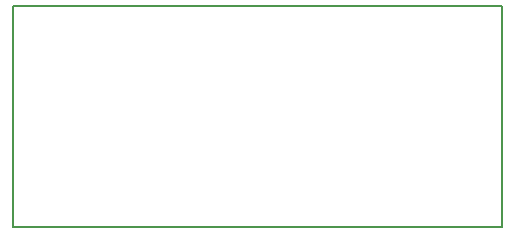
<source format=gko>
%TF.GenerationSoftware,KiCad,Pcbnew,no-vcs-found-8182369~60~ubuntu16.04.1*%
%TF.CreationDate,2017-09-13T17:00:57+05:30*%
%TF.ProjectId,snap_rev1,736E61705F726576312E6B696361645F,rev?*%
%TF.SameCoordinates,Original*%
%TF.FileFunction,Profile,NP*%
%FSLAX46Y46*%
G04 Gerber Fmt 4.6, Leading zero omitted, Abs format (unit mm)*
G04 Created by KiCad (PCBNEW no-vcs-found-8182369~60~ubuntu16.04.1) date Wed Sep 13 17:00:57 2017*
%MOMM*%
%LPD*%
G01*
G04 APERTURE LIST*
%ADD10C,0.150000*%
G04 APERTURE END LIST*
D10*
X83566000Y-65786000D02*
X42164000Y-65786000D01*
X83566000Y-47117000D02*
X83566000Y-65786000D01*
X42164000Y-65786000D02*
X42164000Y-47117000D01*
X83058000Y-47117000D02*
X83566000Y-47117000D01*
X83058000Y-47117000D02*
X42164000Y-47117000D01*
M02*

</source>
